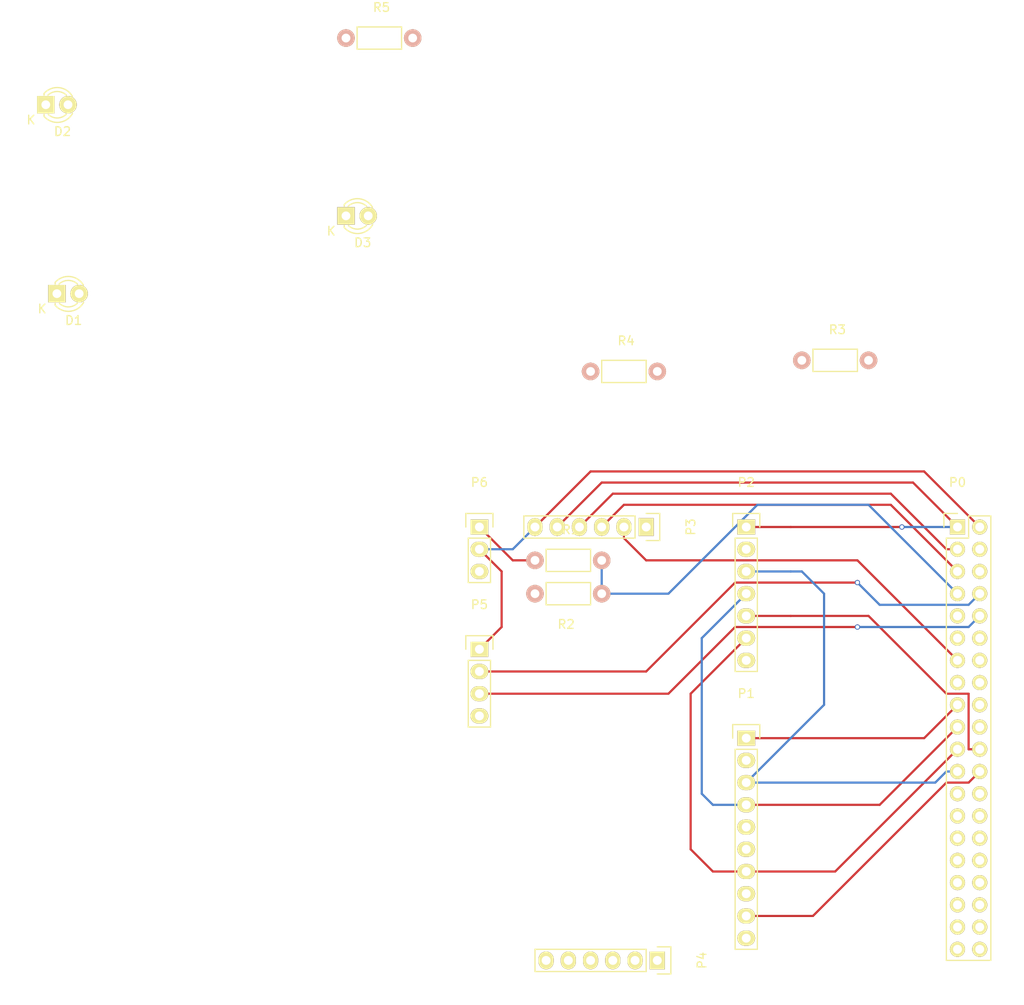
<source format=kicad_pcb>
(kicad_pcb (version 4) (host pcbnew 4.0.4-stable)

  (general
    (links 46)
    (no_connects 26)
    (area 0 0 0 0)
    (thickness 1.6)
    (drawings 0)
    (tracks 78)
    (zones 0)
    (modules 15)
    (nets 47)
  )

  (page A4)
  (layers
    (0 F.Cu signal)
    (31 B.Cu signal)
    (32 B.Adhes user)
    (33 F.Adhes user)
    (34 B.Paste user)
    (35 F.Paste user)
    (36 B.SilkS user)
    (37 F.SilkS user)
    (38 B.Mask user)
    (39 F.Mask user)
    (40 Dwgs.User user)
    (41 Cmts.User user)
    (42 Eco1.User user)
    (43 Eco2.User user)
    (44 Edge.Cuts user)
    (45 Margin user)
    (46 B.CrtYd user)
    (47 F.CrtYd user)
    (48 B.Fab user)
    (49 F.Fab user)
  )

  (setup
    (last_trace_width 0.25)
    (trace_clearance 0.2)
    (zone_clearance 0.508)
    (zone_45_only no)
    (trace_min 0.2)
    (segment_width 0.2)
    (edge_width 0.15)
    (via_size 0.6)
    (via_drill 0.4)
    (via_min_size 0.4)
    (via_min_drill 0.3)
    (uvia_size 0.3)
    (uvia_drill 0.1)
    (uvias_allowed no)
    (uvia_min_size 0.2)
    (uvia_min_drill 0.1)
    (pcb_text_width 0.3)
    (pcb_text_size 1.5 1.5)
    (mod_edge_width 0.15)
    (mod_text_size 1 1)
    (mod_text_width 0.15)
    (pad_size 1.524 1.524)
    (pad_drill 0.762)
    (pad_to_mask_clearance 0.2)
    (aux_axis_origin 0 0)
    (visible_elements 7FFFFFFF)
    (pcbplotparams
      (layerselection 0x00030_80000001)
      (usegerberextensions false)
      (excludeedgelayer true)
      (linewidth 0.100000)
      (plotframeref false)
      (viasonmask false)
      (mode 1)
      (useauxorigin false)
      (hpglpennumber 1)
      (hpglpenspeed 20)
      (hpglpendiameter 15)
      (hpglpenoverlay 2)
      (psnegative false)
      (psa4output false)
      (plotreference true)
      (plotvalue true)
      (plotinvisibletext false)
      (padsonsilk false)
      (subtractmaskfromsilk false)
      (outputformat 1)
      (mirror false)
      (drillshape 1)
      (scaleselection 1)
      (outputdirectory ""))
  )

  (net 0 "")
  (net 1 +3V3)
  (net 2 GND)
  (net 3 "Net-(P1-Pad5)")
  (net 4 "Net-(P1-Pad6)")
  (net 5 "Net-(P1-Pad8)")
  (net 6 +5V)
  (net 7 /SDA)
  (net 8 /SCL)
  (net 9 /RC_INPUT)
  (net 10 /TXD)
  (net 11 /RXD)
  (net 12 "Net-(P0-Pad11)")
  (net 13 "Net-(P0-Pad12)")
  (net 14 /EN_PWM)
  (net 15 "Net-(P0-Pad14)")
  (net 16 "Net-(P0-Pad15)")
  (net 17 "Net-(P0-Pad16)")
  (net 18 /MOSI)
  (net 19 /MISO)
  (net 20 /CS_BARO)
  (net 21 /SCLK)
  (net 22 /CS_MPU)
  (net 23 "Net-(P0-Pad27)")
  (net 24 "Net-(P0-Pad28)")
  (net 25 "Net-(P0-Pad29)")
  (net 26 "Net-(P0-Pad30)")
  (net 27 "Net-(P0-Pad31)")
  (net 28 "Net-(P0-Pad32)")
  (net 29 "Net-(P0-Pad33)")
  (net 30 "Net-(P0-Pad34)")
  (net 31 "Net-(P0-Pad35)")
  (net 32 "Net-(P0-Pad37)")
  (net 33 "Net-(P0-Pad38)")
  (net 34 "Net-(P0-Pad40)")
  (net 35 "Net-(P6-Pad1)")
  (net 36 "Net-(P4-Pad2)")
  (net 37 "Net-(P4-Pad3)")
  (net 38 "Net-(P4-Pad4)")
  (net 39 "Net-(P4-Pad5)")
  (net 40 "Net-(P4-Pad6)")
  (net 41 "Net-(D1-Pad1)")
  (net 42 "Net-(D2-Pad1)")
  (net 43 "Net-(D3-Pad1)")
  (net 44 /LED_ARM)
  (net 45 /LED_CALIBRATION)
  (net 46 /LED_GPS)

  (net_class Default 这是默认网络组.
    (clearance 0.2)
    (trace_width 0.25)
    (via_dia 0.6)
    (via_drill 0.4)
    (uvia_dia 0.3)
    (uvia_drill 0.1)
    (add_net +3V3)
    (add_net +5V)
    (add_net /CS_BARO)
    (add_net /CS_MPU)
    (add_net /EN_PWM)
    (add_net /LED_ARM)
    (add_net /LED_CALIBRATION)
    (add_net /LED_GPS)
    (add_net /MISO)
    (add_net /MOSI)
    (add_net /RC_INPUT)
    (add_net /RXD)
    (add_net /SCL)
    (add_net /SCLK)
    (add_net /SDA)
    (add_net /TXD)
    (add_net GND)
    (add_net "Net-(D1-Pad1)")
    (add_net "Net-(D2-Pad1)")
    (add_net "Net-(D3-Pad1)")
    (add_net "Net-(P0-Pad11)")
    (add_net "Net-(P0-Pad12)")
    (add_net "Net-(P0-Pad14)")
    (add_net "Net-(P0-Pad15)")
    (add_net "Net-(P0-Pad16)")
    (add_net "Net-(P0-Pad27)")
    (add_net "Net-(P0-Pad28)")
    (add_net "Net-(P0-Pad29)")
    (add_net "Net-(P0-Pad30)")
    (add_net "Net-(P0-Pad31)")
    (add_net "Net-(P0-Pad32)")
    (add_net "Net-(P0-Pad33)")
    (add_net "Net-(P0-Pad34)")
    (add_net "Net-(P0-Pad35)")
    (add_net "Net-(P0-Pad37)")
    (add_net "Net-(P0-Pad38)")
    (add_net "Net-(P0-Pad40)")
    (add_net "Net-(P1-Pad5)")
    (add_net "Net-(P1-Pad6)")
    (add_net "Net-(P1-Pad8)")
    (add_net "Net-(P4-Pad2)")
    (add_net "Net-(P4-Pad3)")
    (add_net "Net-(P4-Pad4)")
    (add_net "Net-(P4-Pad5)")
    (add_net "Net-(P4-Pad6)")
    (add_net "Net-(P6-Pad1)")
  )

  (module Pin_Headers:Pin_Header_Straight_1x10 (layer F.Cu) (tedit 0) (tstamp 57EDD579)
    (at 146.05 129.54)
    (descr "Through hole pin header")
    (tags "pin header")
    (path /57EE1EF4)
    (fp_text reference P1 (at 0 -5.1) (layer F.SilkS)
      (effects (font (size 1 1) (thickness 0.15)))
    )
    (fp_text value MPU9250 (at 0 -3.1) (layer F.Fab)
      (effects (font (size 1 1) (thickness 0.15)))
    )
    (fp_line (start -1.75 -1.75) (end -1.75 24.65) (layer F.CrtYd) (width 0.05))
    (fp_line (start 1.75 -1.75) (end 1.75 24.65) (layer F.CrtYd) (width 0.05))
    (fp_line (start -1.75 -1.75) (end 1.75 -1.75) (layer F.CrtYd) (width 0.05))
    (fp_line (start -1.75 24.65) (end 1.75 24.65) (layer F.CrtYd) (width 0.05))
    (fp_line (start 1.27 1.27) (end 1.27 24.13) (layer F.SilkS) (width 0.15))
    (fp_line (start 1.27 24.13) (end -1.27 24.13) (layer F.SilkS) (width 0.15))
    (fp_line (start -1.27 24.13) (end -1.27 1.27) (layer F.SilkS) (width 0.15))
    (fp_line (start 1.55 -1.55) (end 1.55 0) (layer F.SilkS) (width 0.15))
    (fp_line (start 1.27 1.27) (end -1.27 1.27) (layer F.SilkS) (width 0.15))
    (fp_line (start -1.55 0) (end -1.55 -1.55) (layer F.SilkS) (width 0.15))
    (fp_line (start -1.55 -1.55) (end 1.55 -1.55) (layer F.SilkS) (width 0.15))
    (pad 1 thru_hole rect (at 0 0) (size 2.032 1.7272) (drill 1.016) (layers *.Cu *.Mask F.SilkS)
      (net 1 +3V3))
    (pad 2 thru_hole oval (at 0 2.54) (size 2.032 1.7272) (drill 1.016) (layers *.Cu *.Mask F.SilkS)
      (net 2 GND))
    (pad 3 thru_hole oval (at 0 5.08) (size 2.032 1.7272) (drill 1.016) (layers *.Cu *.Mask F.SilkS)
      (net 21 /SCLK))
    (pad 4 thru_hole oval (at 0 7.62) (size 2.032 1.7272) (drill 1.016) (layers *.Cu *.Mask F.SilkS)
      (net 18 /MOSI))
    (pad 5 thru_hole oval (at 0 10.16) (size 2.032 1.7272) (drill 1.016) (layers *.Cu *.Mask F.SilkS)
      (net 3 "Net-(P1-Pad5)"))
    (pad 6 thru_hole oval (at 0 12.7) (size 2.032 1.7272) (drill 1.016) (layers *.Cu *.Mask F.SilkS)
      (net 4 "Net-(P1-Pad6)"))
    (pad 7 thru_hole oval (at 0 15.24) (size 2.032 1.7272) (drill 1.016) (layers *.Cu *.Mask F.SilkS)
      (net 19 /MISO))
    (pad 8 thru_hole oval (at 0 17.78) (size 2.032 1.7272) (drill 1.016) (layers *.Cu *.Mask F.SilkS)
      (net 5 "Net-(P1-Pad8)"))
    (pad 9 thru_hole oval (at 0 20.32) (size 2.032 1.7272) (drill 1.016) (layers *.Cu *.Mask F.SilkS)
      (net 22 /CS_MPU))
    (pad 10 thru_hole oval (at 0 22.86) (size 2.032 1.7272) (drill 1.016) (layers *.Cu *.Mask F.SilkS)
      (net 2 GND))
    (model Pin_Headers.3dshapes/Pin_Header_Straight_1x10.wrl
      (at (xyz 0 -0.45 0))
      (scale (xyz 1 1 1))
      (rotate (xyz 0 0 90))
    )
  )

  (module Pin_Headers:Pin_Header_Straight_1x07 (layer F.Cu) (tedit 0) (tstamp 57EDD58F)
    (at 146.05 105.41)
    (descr "Through hole pin header")
    (tags "pin header")
    (path /57EE7297)
    (fp_text reference P2 (at 0 -5.1) (layer F.SilkS)
      (effects (font (size 1 1) (thickness 0.15)))
    )
    (fp_text value MS5611 (at 0 -3.1) (layer F.Fab)
      (effects (font (size 1 1) (thickness 0.15)))
    )
    (fp_line (start -1.75 -1.75) (end -1.75 17) (layer F.CrtYd) (width 0.05))
    (fp_line (start 1.75 -1.75) (end 1.75 17) (layer F.CrtYd) (width 0.05))
    (fp_line (start -1.75 -1.75) (end 1.75 -1.75) (layer F.CrtYd) (width 0.05))
    (fp_line (start -1.75 17) (end 1.75 17) (layer F.CrtYd) (width 0.05))
    (fp_line (start 1.27 1.27) (end 1.27 16.51) (layer F.SilkS) (width 0.15))
    (fp_line (start 1.27 16.51) (end -1.27 16.51) (layer F.SilkS) (width 0.15))
    (fp_line (start -1.27 16.51) (end -1.27 1.27) (layer F.SilkS) (width 0.15))
    (fp_line (start 1.55 -1.55) (end 1.55 0) (layer F.SilkS) (width 0.15))
    (fp_line (start 1.27 1.27) (end -1.27 1.27) (layer F.SilkS) (width 0.15))
    (fp_line (start -1.55 0) (end -1.55 -1.55) (layer F.SilkS) (width 0.15))
    (fp_line (start -1.55 -1.55) (end 1.55 -1.55) (layer F.SilkS) (width 0.15))
    (pad 1 thru_hole rect (at 0 0) (size 2.032 1.7272) (drill 1.016) (layers *.Cu *.Mask F.SilkS)
      (net 1 +3V3))
    (pad 2 thru_hole oval (at 0 2.54) (size 2.032 1.7272) (drill 1.016) (layers *.Cu *.Mask F.SilkS)
      (net 2 GND))
    (pad 3 thru_hole oval (at 0 5.08) (size 2.032 1.7272) (drill 1.016) (layers *.Cu *.Mask F.SilkS)
      (net 21 /SCLK))
    (pad 4 thru_hole oval (at 0 7.62) (size 2.032 1.7272) (drill 1.016) (layers *.Cu *.Mask F.SilkS)
      (net 18 /MOSI))
    (pad 5 thru_hole oval (at 0 10.16) (size 2.032 1.7272) (drill 1.016) (layers *.Cu *.Mask F.SilkS)
      (net 20 /CS_BARO))
    (pad 6 thru_hole oval (at 0 12.7) (size 2.032 1.7272) (drill 1.016) (layers *.Cu *.Mask F.SilkS)
      (net 19 /MISO))
    (pad 7 thru_hole oval (at 0 15.24) (size 2.032 1.7272) (drill 1.016) (layers *.Cu *.Mask F.SilkS)
      (net 2 GND))
    (model Pin_Headers.3dshapes/Pin_Header_Straight_1x07.wrl
      (at (xyz 0 -0.3 0))
      (scale (xyz 1 1 1))
      (rotate (xyz 0 0 90))
    )
  )

  (module Pin_Headers:Pin_Header_Straight_2x20 (layer F.Cu) (tedit 0) (tstamp 57EDDC62)
    (at 170.18 105.41)
    (descr "Through hole pin header")
    (tags "pin header")
    (path /57EE7972)
    (fp_text reference P0 (at 0 -5.1) (layer F.SilkS)
      (effects (font (size 1 1) (thickness 0.15)))
    )
    (fp_text value "Raspberry pi GPIO" (at 0 -3.1) (layer F.Fab)
      (effects (font (size 1 1) (thickness 0.15)))
    )
    (fp_line (start -1.75 -1.75) (end -1.75 50.05) (layer F.CrtYd) (width 0.05))
    (fp_line (start 4.3 -1.75) (end 4.3 50.05) (layer F.CrtYd) (width 0.05))
    (fp_line (start -1.75 -1.75) (end 4.3 -1.75) (layer F.CrtYd) (width 0.05))
    (fp_line (start -1.75 50.05) (end 4.3 50.05) (layer F.CrtYd) (width 0.05))
    (fp_line (start 3.81 49.53) (end 3.81 -1.27) (layer F.SilkS) (width 0.15))
    (fp_line (start -1.27 1.27) (end -1.27 49.53) (layer F.SilkS) (width 0.15))
    (fp_line (start 3.81 49.53) (end -1.27 49.53) (layer F.SilkS) (width 0.15))
    (fp_line (start 3.81 -1.27) (end 1.27 -1.27) (layer F.SilkS) (width 0.15))
    (fp_line (start 0 -1.55) (end -1.55 -1.55) (layer F.SilkS) (width 0.15))
    (fp_line (start 1.27 -1.27) (end 1.27 1.27) (layer F.SilkS) (width 0.15))
    (fp_line (start 1.27 1.27) (end -1.27 1.27) (layer F.SilkS) (width 0.15))
    (fp_line (start -1.55 -1.55) (end -1.55 0) (layer F.SilkS) (width 0.15))
    (pad 1 thru_hole rect (at 0 0) (size 1.7272 1.7272) (drill 1.016) (layers *.Cu *.Mask F.SilkS)
      (net 1 +3V3))
    (pad 2 thru_hole oval (at 2.54 0) (size 1.7272 1.7272) (drill 1.016) (layers *.Cu *.Mask F.SilkS)
      (net 6 +5V))
    (pad 3 thru_hole oval (at 0 2.54) (size 1.7272 1.7272) (drill 1.016) (layers *.Cu *.Mask F.SilkS)
      (net 7 /SDA))
    (pad 4 thru_hole oval (at 2.54 2.54) (size 1.7272 1.7272) (drill 1.016) (layers *.Cu *.Mask F.SilkS)
      (net 6 +5V))
    (pad 5 thru_hole oval (at 0 5.08) (size 1.7272 1.7272) (drill 1.016) (layers *.Cu *.Mask F.SilkS)
      (net 8 /SCL))
    (pad 6 thru_hole oval (at 2.54 5.08) (size 1.7272 1.7272) (drill 1.016) (layers *.Cu *.Mask F.SilkS)
      (net 2 GND))
    (pad 7 thru_hole oval (at 0 7.62) (size 1.7272 1.7272) (drill 1.016) (layers *.Cu *.Mask F.SilkS)
      (net 9 /RC_INPUT))
    (pad 8 thru_hole oval (at 2.54 7.62) (size 1.7272 1.7272) (drill 1.016) (layers *.Cu *.Mask F.SilkS)
      (net 10 /TXD))
    (pad 9 thru_hole oval (at 0 10.16) (size 1.7272 1.7272) (drill 1.016) (layers *.Cu *.Mask F.SilkS)
      (net 2 GND))
    (pad 10 thru_hole oval (at 2.54 10.16) (size 1.7272 1.7272) (drill 1.016) (layers *.Cu *.Mask F.SilkS)
      (net 11 /RXD))
    (pad 11 thru_hole oval (at 0 12.7) (size 1.7272 1.7272) (drill 1.016) (layers *.Cu *.Mask F.SilkS)
      (net 12 "Net-(P0-Pad11)"))
    (pad 12 thru_hole oval (at 2.54 12.7) (size 1.7272 1.7272) (drill 1.016) (layers *.Cu *.Mask F.SilkS)
      (net 13 "Net-(P0-Pad12)"))
    (pad 13 thru_hole oval (at 0 15.24) (size 1.7272 1.7272) (drill 1.016) (layers *.Cu *.Mask F.SilkS)
      (net 14 /EN_PWM))
    (pad 14 thru_hole oval (at 2.54 15.24) (size 1.7272 1.7272) (drill 1.016) (layers *.Cu *.Mask F.SilkS)
      (net 15 "Net-(P0-Pad14)"))
    (pad 15 thru_hole oval (at 0 17.78) (size 1.7272 1.7272) (drill 1.016) (layers *.Cu *.Mask F.SilkS)
      (net 16 "Net-(P0-Pad15)"))
    (pad 16 thru_hole oval (at 2.54 17.78) (size 1.7272 1.7272) (drill 1.016) (layers *.Cu *.Mask F.SilkS)
      (net 17 "Net-(P0-Pad16)"))
    (pad 17 thru_hole oval (at 0 20.32) (size 1.7272 1.7272) (drill 1.016) (layers *.Cu *.Mask F.SilkS)
      (net 1 +3V3))
    (pad 18 thru_hole oval (at 2.54 20.32) (size 1.7272 1.7272) (drill 1.016) (layers *.Cu *.Mask F.SilkS)
      (net 44 /LED_ARM))
    (pad 19 thru_hole oval (at 0 22.86) (size 1.7272 1.7272) (drill 1.016) (layers *.Cu *.Mask F.SilkS)
      (net 18 /MOSI))
    (pad 20 thru_hole oval (at 2.54 22.86) (size 1.7272 1.7272) (drill 1.016) (layers *.Cu *.Mask F.SilkS)
      (net 2 GND))
    (pad 21 thru_hole oval (at 0 25.4) (size 1.7272 1.7272) (drill 1.016) (layers *.Cu *.Mask F.SilkS)
      (net 19 /MISO))
    (pad 22 thru_hole oval (at 2.54 25.4) (size 1.7272 1.7272) (drill 1.016) (layers *.Cu *.Mask F.SilkS)
      (net 45 /LED_CALIBRATION))
    (pad 23 thru_hole oval (at 0 27.94) (size 1.7272 1.7272) (drill 1.016) (layers *.Cu *.Mask F.SilkS)
      (net 21 /SCLK))
    (pad 24 thru_hole oval (at 2.54 27.94) (size 1.7272 1.7272) (drill 1.016) (layers *.Cu *.Mask F.SilkS)
      (net 20 /CS_BARO))
    (pad 25 thru_hole oval (at 0 30.48) (size 1.7272 1.7272) (drill 1.016) (layers *.Cu *.Mask F.SilkS)
      (net 2 GND))
    (pad 26 thru_hole oval (at 2.54 30.48) (size 1.7272 1.7272) (drill 1.016) (layers *.Cu *.Mask F.SilkS)
      (net 22 /CS_MPU))
    (pad 27 thru_hole oval (at 0 33.02) (size 1.7272 1.7272) (drill 1.016) (layers *.Cu *.Mask F.SilkS)
      (net 23 "Net-(P0-Pad27)"))
    (pad 28 thru_hole oval (at 2.54 33.02) (size 1.7272 1.7272) (drill 1.016) (layers *.Cu *.Mask F.SilkS)
      (net 24 "Net-(P0-Pad28)"))
    (pad 29 thru_hole oval (at 0 35.56) (size 1.7272 1.7272) (drill 1.016) (layers *.Cu *.Mask F.SilkS)
      (net 25 "Net-(P0-Pad29)"))
    (pad 30 thru_hole oval (at 2.54 35.56) (size 1.7272 1.7272) (drill 1.016) (layers *.Cu *.Mask F.SilkS)
      (net 26 "Net-(P0-Pad30)"))
    (pad 31 thru_hole oval (at 0 38.1) (size 1.7272 1.7272) (drill 1.016) (layers *.Cu *.Mask F.SilkS)
      (net 27 "Net-(P0-Pad31)"))
    (pad 32 thru_hole oval (at 2.54 38.1) (size 1.7272 1.7272) (drill 1.016) (layers *.Cu *.Mask F.SilkS)
      (net 28 "Net-(P0-Pad32)"))
    (pad 33 thru_hole oval (at 0 40.64) (size 1.7272 1.7272) (drill 1.016) (layers *.Cu *.Mask F.SilkS)
      (net 29 "Net-(P0-Pad33)"))
    (pad 34 thru_hole oval (at 2.54 40.64) (size 1.7272 1.7272) (drill 1.016) (layers *.Cu *.Mask F.SilkS)
      (net 30 "Net-(P0-Pad34)"))
    (pad 35 thru_hole oval (at 0 43.18) (size 1.7272 1.7272) (drill 1.016) (layers *.Cu *.Mask F.SilkS)
      (net 31 "Net-(P0-Pad35)"))
    (pad 36 thru_hole oval (at 2.54 43.18) (size 1.7272 1.7272) (drill 1.016) (layers *.Cu *.Mask F.SilkS)
      (net 46 /LED_GPS))
    (pad 37 thru_hole oval (at 0 45.72) (size 1.7272 1.7272) (drill 1.016) (layers *.Cu *.Mask F.SilkS)
      (net 32 "Net-(P0-Pad37)"))
    (pad 38 thru_hole oval (at 2.54 45.72) (size 1.7272 1.7272) (drill 1.016) (layers *.Cu *.Mask F.SilkS)
      (net 33 "Net-(P0-Pad38)"))
    (pad 39 thru_hole oval (at 0 48.26) (size 1.7272 1.7272) (drill 1.016) (layers *.Cu *.Mask F.SilkS)
      (net 2 GND))
    (pad 40 thru_hole oval (at 2.54 48.26) (size 1.7272 1.7272) (drill 1.016) (layers *.Cu *.Mask F.SilkS)
      (net 34 "Net-(P0-Pad40)"))
    (model Pin_Headers.3dshapes/Pin_Header_Straight_2x20.wrl
      (at (xyz 0.05 -0.95 0))
      (scale (xyz 1 1 1))
      (rotate (xyz 0 0 90))
    )
  )

  (module Pin_Headers:Pin_Header_Straight_1x06 (layer F.Cu) (tedit 0) (tstamp 57EDDC77)
    (at 134.62 105.41 270)
    (descr "Through hole pin header")
    (tags "pin header")
    (path /57EE89F5)
    (fp_text reference P3 (at 0 -5.1 270) (layer F.SilkS)
      (effects (font (size 1 1) (thickness 0.15)))
    )
    (fp_text value PCA9685 (at 0 -3.1 270) (layer F.Fab)
      (effects (font (size 1 1) (thickness 0.15)))
    )
    (fp_line (start -1.75 -1.75) (end -1.75 14.45) (layer F.CrtYd) (width 0.05))
    (fp_line (start 1.75 -1.75) (end 1.75 14.45) (layer F.CrtYd) (width 0.05))
    (fp_line (start -1.75 -1.75) (end 1.75 -1.75) (layer F.CrtYd) (width 0.05))
    (fp_line (start -1.75 14.45) (end 1.75 14.45) (layer F.CrtYd) (width 0.05))
    (fp_line (start 1.27 1.27) (end 1.27 13.97) (layer F.SilkS) (width 0.15))
    (fp_line (start 1.27 13.97) (end -1.27 13.97) (layer F.SilkS) (width 0.15))
    (fp_line (start -1.27 13.97) (end -1.27 1.27) (layer F.SilkS) (width 0.15))
    (fp_line (start 1.55 -1.55) (end 1.55 0) (layer F.SilkS) (width 0.15))
    (fp_line (start 1.27 1.27) (end -1.27 1.27) (layer F.SilkS) (width 0.15))
    (fp_line (start -1.55 0) (end -1.55 -1.55) (layer F.SilkS) (width 0.15))
    (fp_line (start -1.55 -1.55) (end 1.55 -1.55) (layer F.SilkS) (width 0.15))
    (pad 1 thru_hole rect (at 0 0 270) (size 2.032 1.7272) (drill 1.016) (layers *.Cu *.Mask F.SilkS)
      (net 2 GND))
    (pad 2 thru_hole oval (at 0 2.54 270) (size 2.032 1.7272) (drill 1.016) (layers *.Cu *.Mask F.SilkS)
      (net 14 /EN_PWM))
    (pad 3 thru_hole oval (at 0 5.08 270) (size 2.032 1.7272) (drill 1.016) (layers *.Cu *.Mask F.SilkS)
      (net 8 /SCL))
    (pad 4 thru_hole oval (at 0 7.62 270) (size 2.032 1.7272) (drill 1.016) (layers *.Cu *.Mask F.SilkS)
      (net 7 /SDA))
    (pad 5 thru_hole oval (at 0 10.16 270) (size 2.032 1.7272) (drill 1.016) (layers *.Cu *.Mask F.SilkS)
      (net 1 +3V3))
    (pad 6 thru_hole oval (at 0 12.7 270) (size 2.032 1.7272) (drill 1.016) (layers *.Cu *.Mask F.SilkS)
      (net 6 +5V))
    (model Pin_Headers.3dshapes/Pin_Header_Straight_1x06.wrl
      (at (xyz 0 -0.25 0))
      (scale (xyz 1 1 1))
      (rotate (xyz 0 0 90))
    )
  )

  (module Pin_Headers:Pin_Header_Straight_1x04 (layer F.Cu) (tedit 0) (tstamp 57EDE0A5)
    (at 115.57 119.38)
    (descr "Through hole pin header")
    (tags "pin header")
    (path /57EE93F9)
    (fp_text reference P5 (at 0 -5.1) (layer F.SilkS)
      (effects (font (size 1 1) (thickness 0.15)))
    )
    (fp_text value UART (at 0 -3.1) (layer F.Fab)
      (effects (font (size 1 1) (thickness 0.15)))
    )
    (fp_line (start -1.75 -1.75) (end -1.75 9.4) (layer F.CrtYd) (width 0.05))
    (fp_line (start 1.75 -1.75) (end 1.75 9.4) (layer F.CrtYd) (width 0.05))
    (fp_line (start -1.75 -1.75) (end 1.75 -1.75) (layer F.CrtYd) (width 0.05))
    (fp_line (start -1.75 9.4) (end 1.75 9.4) (layer F.CrtYd) (width 0.05))
    (fp_line (start -1.27 1.27) (end -1.27 8.89) (layer F.SilkS) (width 0.15))
    (fp_line (start 1.27 1.27) (end 1.27 8.89) (layer F.SilkS) (width 0.15))
    (fp_line (start 1.55 -1.55) (end 1.55 0) (layer F.SilkS) (width 0.15))
    (fp_line (start -1.27 8.89) (end 1.27 8.89) (layer F.SilkS) (width 0.15))
    (fp_line (start 1.27 1.27) (end -1.27 1.27) (layer F.SilkS) (width 0.15))
    (fp_line (start -1.55 0) (end -1.55 -1.55) (layer F.SilkS) (width 0.15))
    (fp_line (start -1.55 -1.55) (end 1.55 -1.55) (layer F.SilkS) (width 0.15))
    (pad 1 thru_hole rect (at 0 0) (size 2.032 1.7272) (drill 1.016) (layers *.Cu *.Mask F.SilkS)
      (net 6 +5V))
    (pad 2 thru_hole oval (at 0 2.54) (size 2.032 1.7272) (drill 1.016) (layers *.Cu *.Mask F.SilkS)
      (net 10 /TXD))
    (pad 3 thru_hole oval (at 0 5.08) (size 2.032 1.7272) (drill 1.016) (layers *.Cu *.Mask F.SilkS)
      (net 11 /RXD))
    (pad 4 thru_hole oval (at 0 7.62) (size 2.032 1.7272) (drill 1.016) (layers *.Cu *.Mask F.SilkS)
      (net 2 GND))
    (model Pin_Headers.3dshapes/Pin_Header_Straight_1x04.wrl
      (at (xyz 0 -0.15 0))
      (scale (xyz 1 1 1))
      (rotate (xyz 0 0 90))
    )
  )

  (module Pin_Headers:Pin_Header_Straight_1x03 (layer F.Cu) (tedit 0) (tstamp 57EDE0B7)
    (at 115.57 105.41)
    (descr "Through hole pin header")
    (tags "pin header")
    (path /57EE9950)
    (fp_text reference P6 (at 0 -5.1) (layer F.SilkS)
      (effects (font (size 1 1) (thickness 0.15)))
    )
    (fp_text value "RC INPUT" (at 0 -3.1) (layer F.Fab)
      (effects (font (size 1 1) (thickness 0.15)))
    )
    (fp_line (start -1.75 -1.75) (end -1.75 6.85) (layer F.CrtYd) (width 0.05))
    (fp_line (start 1.75 -1.75) (end 1.75 6.85) (layer F.CrtYd) (width 0.05))
    (fp_line (start -1.75 -1.75) (end 1.75 -1.75) (layer F.CrtYd) (width 0.05))
    (fp_line (start -1.75 6.85) (end 1.75 6.85) (layer F.CrtYd) (width 0.05))
    (fp_line (start -1.27 1.27) (end -1.27 6.35) (layer F.SilkS) (width 0.15))
    (fp_line (start -1.27 6.35) (end 1.27 6.35) (layer F.SilkS) (width 0.15))
    (fp_line (start 1.27 6.35) (end 1.27 1.27) (layer F.SilkS) (width 0.15))
    (fp_line (start 1.55 -1.55) (end 1.55 0) (layer F.SilkS) (width 0.15))
    (fp_line (start 1.27 1.27) (end -1.27 1.27) (layer F.SilkS) (width 0.15))
    (fp_line (start -1.55 0) (end -1.55 -1.55) (layer F.SilkS) (width 0.15))
    (fp_line (start -1.55 -1.55) (end 1.55 -1.55) (layer F.SilkS) (width 0.15))
    (pad 1 thru_hole rect (at 0 0) (size 2.032 1.7272) (drill 1.016) (layers *.Cu *.Mask F.SilkS)
      (net 35 "Net-(P6-Pad1)"))
    (pad 2 thru_hole oval (at 0 2.54) (size 2.032 1.7272) (drill 1.016) (layers *.Cu *.Mask F.SilkS)
      (net 6 +5V))
    (pad 3 thru_hole oval (at 0 5.08) (size 2.032 1.7272) (drill 1.016) (layers *.Cu *.Mask F.SilkS)
      (net 2 GND))
    (model Pin_Headers.3dshapes/Pin_Header_Straight_1x03.wrl
      (at (xyz 0 -0.1 0))
      (scale (xyz 1 1 1))
      (rotate (xyz 0 0 90))
    )
  )

  (module Resistors_ThroughHole:Resistor_Horizontal_RM7mm (layer F.Cu) (tedit 569FCF07) (tstamp 57EDE0BD)
    (at 121.92 109.22)
    (descr "Resistor, Axial,  RM 7.62mm, 1/3W,")
    (tags "Resistor Axial RM 7.62mm 1/3W R3")
    (path /57EE9F34)
    (fp_text reference R1 (at 4.05892 -3.50012) (layer F.SilkS)
      (effects (font (size 1 1) (thickness 0.15)))
    )
    (fp_text value 18K (at 3.81 3.81) (layer F.Fab)
      (effects (font (size 1 1) (thickness 0.15)))
    )
    (fp_line (start -1.25 -1.5) (end 8.85 -1.5) (layer F.CrtYd) (width 0.05))
    (fp_line (start -1.25 1.5) (end -1.25 -1.5) (layer F.CrtYd) (width 0.05))
    (fp_line (start 8.85 -1.5) (end 8.85 1.5) (layer F.CrtYd) (width 0.05))
    (fp_line (start -1.25 1.5) (end 8.85 1.5) (layer F.CrtYd) (width 0.05))
    (fp_line (start 1.27 -1.27) (end 6.35 -1.27) (layer F.SilkS) (width 0.15))
    (fp_line (start 6.35 -1.27) (end 6.35 1.27) (layer F.SilkS) (width 0.15))
    (fp_line (start 6.35 1.27) (end 1.27 1.27) (layer F.SilkS) (width 0.15))
    (fp_line (start 1.27 1.27) (end 1.27 -1.27) (layer F.SilkS) (width 0.15))
    (pad 1 thru_hole circle (at 0 0) (size 1.99898 1.99898) (drill 1.00076) (layers *.Cu *.SilkS *.Mask)
      (net 35 "Net-(P6-Pad1)"))
    (pad 2 thru_hole circle (at 7.62 0) (size 1.99898 1.99898) (drill 1.00076) (layers *.Cu *.SilkS *.Mask)
      (net 9 /RC_INPUT))
  )

  (module Resistors_ThroughHole:Resistor_Horizontal_RM7mm (layer F.Cu) (tedit 569FCF07) (tstamp 57EDE0C3)
    (at 129.54 113.03 180)
    (descr "Resistor, Axial,  RM 7.62mm, 1/3W,")
    (tags "Resistor Axial RM 7.62mm 1/3W R3")
    (path /57EEA24B)
    (fp_text reference R2 (at 4.05892 -3.50012 180) (layer F.SilkS)
      (effects (font (size 1 1) (thickness 0.15)))
    )
    (fp_text value 33K (at 3.81 3.81 180) (layer F.Fab)
      (effects (font (size 1 1) (thickness 0.15)))
    )
    (fp_line (start -1.25 -1.5) (end 8.85 -1.5) (layer F.CrtYd) (width 0.05))
    (fp_line (start -1.25 1.5) (end -1.25 -1.5) (layer F.CrtYd) (width 0.05))
    (fp_line (start 8.85 -1.5) (end 8.85 1.5) (layer F.CrtYd) (width 0.05))
    (fp_line (start -1.25 1.5) (end 8.85 1.5) (layer F.CrtYd) (width 0.05))
    (fp_line (start 1.27 -1.27) (end 6.35 -1.27) (layer F.SilkS) (width 0.15))
    (fp_line (start 6.35 -1.27) (end 6.35 1.27) (layer F.SilkS) (width 0.15))
    (fp_line (start 6.35 1.27) (end 1.27 1.27) (layer F.SilkS) (width 0.15))
    (fp_line (start 1.27 1.27) (end 1.27 -1.27) (layer F.SilkS) (width 0.15))
    (pad 1 thru_hole circle (at 0 0 180) (size 1.99898 1.99898) (drill 1.00076) (layers *.Cu *.SilkS *.Mask)
      (net 9 /RC_INPUT))
    (pad 2 thru_hole circle (at 7.62 0 180) (size 1.99898 1.99898) (drill 1.00076) (layers *.Cu *.SilkS *.Mask)
      (net 2 GND))
  )

  (module Pin_Headers:Pin_Header_Straight_1x06 (layer F.Cu) (tedit 0) (tstamp 57EDE8F6)
    (at 135.89 154.94 270)
    (descr "Through hole pin header")
    (tags "pin header")
    (path /57EEAC6F)
    (fp_text reference P4 (at 0 -5.1 270) (layer F.SilkS)
      (effects (font (size 1 1) (thickness 0.15)))
    )
    (fp_text value PCA9685_2 (at 0 -3.1 270) (layer F.Fab)
      (effects (font (size 1 1) (thickness 0.15)))
    )
    (fp_line (start -1.75 -1.75) (end -1.75 14.45) (layer F.CrtYd) (width 0.05))
    (fp_line (start 1.75 -1.75) (end 1.75 14.45) (layer F.CrtYd) (width 0.05))
    (fp_line (start -1.75 -1.75) (end 1.75 -1.75) (layer F.CrtYd) (width 0.05))
    (fp_line (start -1.75 14.45) (end 1.75 14.45) (layer F.CrtYd) (width 0.05))
    (fp_line (start 1.27 1.27) (end 1.27 13.97) (layer F.SilkS) (width 0.15))
    (fp_line (start 1.27 13.97) (end -1.27 13.97) (layer F.SilkS) (width 0.15))
    (fp_line (start -1.27 13.97) (end -1.27 1.27) (layer F.SilkS) (width 0.15))
    (fp_line (start 1.55 -1.55) (end 1.55 0) (layer F.SilkS) (width 0.15))
    (fp_line (start 1.27 1.27) (end -1.27 1.27) (layer F.SilkS) (width 0.15))
    (fp_line (start -1.55 0) (end -1.55 -1.55) (layer F.SilkS) (width 0.15))
    (fp_line (start -1.55 -1.55) (end 1.55 -1.55) (layer F.SilkS) (width 0.15))
    (pad 1 thru_hole rect (at 0 0 270) (size 2.032 1.7272) (drill 1.016) (layers *.Cu *.Mask F.SilkS)
      (net 2 GND))
    (pad 2 thru_hole oval (at 0 2.54 270) (size 2.032 1.7272) (drill 1.016) (layers *.Cu *.Mask F.SilkS)
      (net 36 "Net-(P4-Pad2)"))
    (pad 3 thru_hole oval (at 0 5.08 270) (size 2.032 1.7272) (drill 1.016) (layers *.Cu *.Mask F.SilkS)
      (net 37 "Net-(P4-Pad3)"))
    (pad 4 thru_hole oval (at 0 7.62 270) (size 2.032 1.7272) (drill 1.016) (layers *.Cu *.Mask F.SilkS)
      (net 38 "Net-(P4-Pad4)"))
    (pad 5 thru_hole oval (at 0 10.16 270) (size 2.032 1.7272) (drill 1.016) (layers *.Cu *.Mask F.SilkS)
      (net 39 "Net-(P4-Pad5)"))
    (pad 6 thru_hole oval (at 0 12.7 270) (size 2.032 1.7272) (drill 1.016) (layers *.Cu *.Mask F.SilkS)
      (net 40 "Net-(P4-Pad6)"))
    (model Pin_Headers.3dshapes/Pin_Header_Straight_1x06.wrl
      (at (xyz 0 -0.25 0))
      (scale (xyz 1 1 1))
      (rotate (xyz 0 0 90))
    )
  )

  (module LEDs:LED-3MM (layer F.Cu) (tedit 559B82F6) (tstamp 57EE3F1D)
    (at 67.31 78.74)
    (descr "LED 3mm round vertical")
    (tags "LED  3mm round vertical")
    (path /57EE4C97)
    (fp_text reference D1 (at 1.91 3.06) (layer F.SilkS)
      (effects (font (size 1 1) (thickness 0.15)))
    )
    (fp_text value LED_ARM (at 1.3 -2.9) (layer F.Fab)
      (effects (font (size 1 1) (thickness 0.15)))
    )
    (fp_line (start -1.2 2.3) (end 3.8 2.3) (layer F.CrtYd) (width 0.05))
    (fp_line (start 3.8 2.3) (end 3.8 -2.2) (layer F.CrtYd) (width 0.05))
    (fp_line (start 3.8 -2.2) (end -1.2 -2.2) (layer F.CrtYd) (width 0.05))
    (fp_line (start -1.2 -2.2) (end -1.2 2.3) (layer F.CrtYd) (width 0.05))
    (fp_line (start -0.199 1.314) (end -0.199 1.114) (layer F.SilkS) (width 0.15))
    (fp_line (start -0.199 -1.28) (end -0.199 -1.1) (layer F.SilkS) (width 0.15))
    (fp_arc (start 1.301 0.034) (end -0.199 -1.286) (angle 108.5) (layer F.SilkS) (width 0.15))
    (fp_arc (start 1.301 0.034) (end 0.25 -1.1) (angle 85.7) (layer F.SilkS) (width 0.15))
    (fp_arc (start 1.311 0.034) (end 3.051 0.994) (angle 110) (layer F.SilkS) (width 0.15))
    (fp_arc (start 1.301 0.034) (end 2.335 1.094) (angle 87.5) (layer F.SilkS) (width 0.15))
    (fp_text user K (at -1.69 1.74) (layer F.SilkS)
      (effects (font (size 1 1) (thickness 0.15)))
    )
    (pad 1 thru_hole rect (at 0 0 90) (size 2 2) (drill 1.00076) (layers *.Cu *.Mask F.SilkS)
      (net 41 "Net-(D1-Pad1)"))
    (pad 2 thru_hole circle (at 2.54 0) (size 2 2) (drill 1.00076) (layers *.Cu *.Mask F.SilkS)
      (net 1 +3V3))
    (model LEDs.3dshapes/LED-3MM.wrl
      (at (xyz 0.05 0 0))
      (scale (xyz 1 1 1))
      (rotate (xyz 0 0 90))
    )
  )

  (module LEDs:LED-3MM (layer F.Cu) (tedit 559B82F6) (tstamp 57EE3F2E)
    (at 66.04 57.15)
    (descr "LED 3mm round vertical")
    (tags "LED  3mm round vertical")
    (path /57EE4CDA)
    (fp_text reference D2 (at 1.91 3.06) (layer F.SilkS)
      (effects (font (size 1 1) (thickness 0.15)))
    )
    (fp_text value LED_CALIBRATION (at 1.3 -2.9) (layer F.Fab)
      (effects (font (size 1 1) (thickness 0.15)))
    )
    (fp_line (start -1.2 2.3) (end 3.8 2.3) (layer F.CrtYd) (width 0.05))
    (fp_line (start 3.8 2.3) (end 3.8 -2.2) (layer F.CrtYd) (width 0.05))
    (fp_line (start 3.8 -2.2) (end -1.2 -2.2) (layer F.CrtYd) (width 0.05))
    (fp_line (start -1.2 -2.2) (end -1.2 2.3) (layer F.CrtYd) (width 0.05))
    (fp_line (start -0.199 1.314) (end -0.199 1.114) (layer F.SilkS) (width 0.15))
    (fp_line (start -0.199 -1.28) (end -0.199 -1.1) (layer F.SilkS) (width 0.15))
    (fp_arc (start 1.301 0.034) (end -0.199 -1.286) (angle 108.5) (layer F.SilkS) (width 0.15))
    (fp_arc (start 1.301 0.034) (end 0.25 -1.1) (angle 85.7) (layer F.SilkS) (width 0.15))
    (fp_arc (start 1.311 0.034) (end 3.051 0.994) (angle 110) (layer F.SilkS) (width 0.15))
    (fp_arc (start 1.301 0.034) (end 2.335 1.094) (angle 87.5) (layer F.SilkS) (width 0.15))
    (fp_text user K (at -1.69 1.74) (layer F.SilkS)
      (effects (font (size 1 1) (thickness 0.15)))
    )
    (pad 1 thru_hole rect (at 0 0 90) (size 2 2) (drill 1.00076) (layers *.Cu *.Mask F.SilkS)
      (net 42 "Net-(D2-Pad1)"))
    (pad 2 thru_hole circle (at 2.54 0) (size 2 2) (drill 1.00076) (layers *.Cu *.Mask F.SilkS)
      (net 1 +3V3))
    (model LEDs.3dshapes/LED-3MM.wrl
      (at (xyz 0.05 0 0))
      (scale (xyz 1 1 1))
      (rotate (xyz 0 0 90))
    )
  )

  (module LEDs:LED-3MM (layer F.Cu) (tedit 559B82F6) (tstamp 57EE3F3F)
    (at 100.33 69.85)
    (descr "LED 3mm round vertical")
    (tags "LED  3mm round vertical")
    (path /57EE4D0F)
    (fp_text reference D3 (at 1.91 3.06) (layer F.SilkS)
      (effects (font (size 1 1) (thickness 0.15)))
    )
    (fp_text value LED_GPS (at 1.3 -2.9) (layer F.Fab)
      (effects (font (size 1 1) (thickness 0.15)))
    )
    (fp_line (start -1.2 2.3) (end 3.8 2.3) (layer F.CrtYd) (width 0.05))
    (fp_line (start 3.8 2.3) (end 3.8 -2.2) (layer F.CrtYd) (width 0.05))
    (fp_line (start 3.8 -2.2) (end -1.2 -2.2) (layer F.CrtYd) (width 0.05))
    (fp_line (start -1.2 -2.2) (end -1.2 2.3) (layer F.CrtYd) (width 0.05))
    (fp_line (start -0.199 1.314) (end -0.199 1.114) (layer F.SilkS) (width 0.15))
    (fp_line (start -0.199 -1.28) (end -0.199 -1.1) (layer F.SilkS) (width 0.15))
    (fp_arc (start 1.301 0.034) (end -0.199 -1.286) (angle 108.5) (layer F.SilkS) (width 0.15))
    (fp_arc (start 1.301 0.034) (end 0.25 -1.1) (angle 85.7) (layer F.SilkS) (width 0.15))
    (fp_arc (start 1.311 0.034) (end 3.051 0.994) (angle 110) (layer F.SilkS) (width 0.15))
    (fp_arc (start 1.301 0.034) (end 2.335 1.094) (angle 87.5) (layer F.SilkS) (width 0.15))
    (fp_text user K (at -1.69 1.74) (layer F.SilkS)
      (effects (font (size 1 1) (thickness 0.15)))
    )
    (pad 1 thru_hole rect (at 0 0 90) (size 2 2) (drill 1.00076) (layers *.Cu *.Mask F.SilkS)
      (net 43 "Net-(D3-Pad1)"))
    (pad 2 thru_hole circle (at 2.54 0) (size 2 2) (drill 1.00076) (layers *.Cu *.Mask F.SilkS)
      (net 1 +3V3))
    (model LEDs.3dshapes/LED-3MM.wrl
      (at (xyz 0.05 0 0))
      (scale (xyz 1 1 1))
      (rotate (xyz 0 0 90))
    )
  )

  (module Resistors_ThroughHole:Resistor_Horizontal_RM7mm (layer F.Cu) (tedit 569FCF07) (tstamp 57EE3F4D)
    (at 152.4 86.36)
    (descr "Resistor, Axial,  RM 7.62mm, 1/3W,")
    (tags "Resistor Axial RM 7.62mm 1/3W R3")
    (path /57EE5467)
    (fp_text reference R3 (at 4.05892 -3.50012) (layer F.SilkS)
      (effects (font (size 1 1) (thickness 0.15)))
    )
    (fp_text value 220 (at 3.81 3.81) (layer F.Fab)
      (effects (font (size 1 1) (thickness 0.15)))
    )
    (fp_line (start -1.25 -1.5) (end 8.85 -1.5) (layer F.CrtYd) (width 0.05))
    (fp_line (start -1.25 1.5) (end -1.25 -1.5) (layer F.CrtYd) (width 0.05))
    (fp_line (start 8.85 -1.5) (end 8.85 1.5) (layer F.CrtYd) (width 0.05))
    (fp_line (start -1.25 1.5) (end 8.85 1.5) (layer F.CrtYd) (width 0.05))
    (fp_line (start 1.27 -1.27) (end 6.35 -1.27) (layer F.SilkS) (width 0.15))
    (fp_line (start 6.35 -1.27) (end 6.35 1.27) (layer F.SilkS) (width 0.15))
    (fp_line (start 6.35 1.27) (end 1.27 1.27) (layer F.SilkS) (width 0.15))
    (fp_line (start 1.27 1.27) (end 1.27 -1.27) (layer F.SilkS) (width 0.15))
    (pad 1 thru_hole circle (at 0 0) (size 1.99898 1.99898) (drill 1.00076) (layers *.Cu *.SilkS *.Mask)
      (net 41 "Net-(D1-Pad1)"))
    (pad 2 thru_hole circle (at 7.62 0) (size 1.99898 1.99898) (drill 1.00076) (layers *.Cu *.SilkS *.Mask)
      (net 44 /LED_ARM))
  )

  (module Resistors_ThroughHole:Resistor_Horizontal_RM7mm (layer F.Cu) (tedit 569FCF07) (tstamp 57EE3FEA)
    (at 128.27 87.63)
    (descr "Resistor, Axial,  RM 7.62mm, 1/3W,")
    (tags "Resistor Axial RM 7.62mm 1/3W R3")
    (path /57EE55DD)
    (fp_text reference R4 (at 4.05892 -3.50012) (layer F.SilkS)
      (effects (font (size 1 1) (thickness 0.15)))
    )
    (fp_text value 220 (at 3.81 3.81) (layer F.Fab)
      (effects (font (size 1 1) (thickness 0.15)))
    )
    (fp_line (start -1.25 -1.5) (end 8.85 -1.5) (layer F.CrtYd) (width 0.05))
    (fp_line (start -1.25 1.5) (end -1.25 -1.5) (layer F.CrtYd) (width 0.05))
    (fp_line (start 8.85 -1.5) (end 8.85 1.5) (layer F.CrtYd) (width 0.05))
    (fp_line (start -1.25 1.5) (end 8.85 1.5) (layer F.CrtYd) (width 0.05))
    (fp_line (start 1.27 -1.27) (end 6.35 -1.27) (layer F.SilkS) (width 0.15))
    (fp_line (start 6.35 -1.27) (end 6.35 1.27) (layer F.SilkS) (width 0.15))
    (fp_line (start 6.35 1.27) (end 1.27 1.27) (layer F.SilkS) (width 0.15))
    (fp_line (start 1.27 1.27) (end 1.27 -1.27) (layer F.SilkS) (width 0.15))
    (pad 1 thru_hole circle (at 0 0) (size 1.99898 1.99898) (drill 1.00076) (layers *.Cu *.SilkS *.Mask)
      (net 42 "Net-(D2-Pad1)"))
    (pad 2 thru_hole circle (at 7.62 0) (size 1.99898 1.99898) (drill 1.00076) (layers *.Cu *.SilkS *.Mask)
      (net 45 /LED_CALIBRATION))
  )

  (module Resistors_ThroughHole:Resistor_Horizontal_RM7mm (layer F.Cu) (tedit 569FCF07) (tstamp 57EE3FF8)
    (at 100.33 49.53)
    (descr "Resistor, Axial,  RM 7.62mm, 1/3W,")
    (tags "Resistor Axial RM 7.62mm 1/3W R3")
    (path /57EE5673)
    (fp_text reference R5 (at 4.05892 -3.50012) (layer F.SilkS)
      (effects (font (size 1 1) (thickness 0.15)))
    )
    (fp_text value 220 (at 3.81 3.81) (layer F.Fab)
      (effects (font (size 1 1) (thickness 0.15)))
    )
    (fp_line (start -1.25 -1.5) (end 8.85 -1.5) (layer F.CrtYd) (width 0.05))
    (fp_line (start -1.25 1.5) (end -1.25 -1.5) (layer F.CrtYd) (width 0.05))
    (fp_line (start 8.85 -1.5) (end 8.85 1.5) (layer F.CrtYd) (width 0.05))
    (fp_line (start -1.25 1.5) (end 8.85 1.5) (layer F.CrtYd) (width 0.05))
    (fp_line (start 1.27 -1.27) (end 6.35 -1.27) (layer F.SilkS) (width 0.15))
    (fp_line (start 6.35 -1.27) (end 6.35 1.27) (layer F.SilkS) (width 0.15))
    (fp_line (start 6.35 1.27) (end 1.27 1.27) (layer F.SilkS) (width 0.15))
    (fp_line (start 1.27 1.27) (end 1.27 -1.27) (layer F.SilkS) (width 0.15))
    (pad 1 thru_hole circle (at 0 0) (size 1.99898 1.99898) (drill 1.00076) (layers *.Cu *.SilkS *.Mask)
      (net 43 "Net-(D3-Pad1)"))
    (pad 2 thru_hole circle (at 7.62 0) (size 1.99898 1.99898) (drill 1.00076) (layers *.Cu *.SilkS *.Mask)
      (net 46 /LED_GPS))
  )

  (segment (start 146.05 105.41) (end 151.13 105.41) (width 0.25) (layer F.Cu) (net 1))
  (segment (start 151.13 105.41) (end 163.83 105.41) (width 0.25) (layer F.Cu) (net 1))
  (segment (start 163.83 105.41) (end 170.18 105.41) (width 0.25) (layer B.Cu) (net 1) (tstamp 57EDF2B2))
  (via (at 163.83 105.41) (size 0.6) (drill 0.4) (layers F.Cu B.Cu) (net 1))
  (segment (start 124.46 105.41) (end 129.54 100.33) (width 0.25) (layer F.Cu) (net 1))
  (segment (start 165.1 100.33) (end 170.18 105.41) (width 0.25) (layer F.Cu) (net 1) (tstamp 57EDF105))
  (segment (start 129.54 100.33) (end 165.1 100.33) (width 0.25) (layer F.Cu) (net 1) (tstamp 57EDF0FD))
  (segment (start 146.05 129.54) (end 166.37 129.54) (width 0.25) (layer F.Cu) (net 1))
  (segment (start 166.37 129.54) (end 170.18 125.73) (width 0.25) (layer F.Cu) (net 1) (tstamp 57EDED95))
  (segment (start 119.38 107.95) (end 121.92 105.41) (width 0.25) (layer B.Cu) (net 6) (tstamp 57EDF159))
  (segment (start 115.57 107.95) (end 119.38 107.95) (width 0.25) (layer B.Cu) (net 6))
  (segment (start 115.57 107.95) (end 118.11 110.49) (width 0.25) (layer F.Cu) (net 6))
  (segment (start 118.11 116.84) (end 115.57 119.38) (width 0.25) (layer F.Cu) (net 6) (tstamp 57EDF126))
  (segment (start 118.11 110.49) (end 118.11 116.84) (width 0.25) (layer F.Cu) (net 6) (tstamp 57EDF122))
  (segment (start 121.92 105.41) (end 128.27 99.06) (width 0.25) (layer F.Cu) (net 6))
  (segment (start 128.27 99.06) (end 166.37 99.06) (width 0.25) (layer F.Cu) (net 6) (tstamp 57EDF10B))
  (segment (start 166.37 99.06) (end 172.72 105.41) (width 0.25) (layer F.Cu) (net 6) (tstamp 57EDF10D))
  (segment (start 170.18 107.95) (end 168.91 107.95) (width 0.25) (layer F.Cu) (net 7))
  (segment (start 130.81 101.6) (end 127 105.41) (width 0.25) (layer F.Cu) (net 7) (tstamp 57EDF09C))
  (segment (start 162.56 101.6) (end 130.81 101.6) (width 0.25) (layer F.Cu) (net 7) (tstamp 57EDF099))
  (segment (start 168.91 107.95) (end 162.56 101.6) (width 0.25) (layer F.Cu) (net 7) (tstamp 57EDF097))
  (segment (start 129.54 105.41) (end 132.08 102.87) (width 0.25) (layer F.Cu) (net 8))
  (segment (start 162.56 102.87) (end 170.18 110.49) (width 0.25) (layer F.Cu) (net 8) (tstamp 57EDF07B))
  (segment (start 132.08 102.87) (end 162.56 102.87) (width 0.25) (layer F.Cu) (net 8) (tstamp 57EDF07A))
  (segment (start 129.54 109.22) (end 129.54 113.03) (width 0.25) (layer B.Cu) (net 9))
  (segment (start 129.54 113.03) (end 137.16 113.03) (width 0.25) (layer B.Cu) (net 9))
  (segment (start 160.02 102.87) (end 170.18 113.03) (width 0.25) (layer B.Cu) (net 9) (tstamp 57EDEF1E))
  (segment (start 147.32 102.87) (end 160.02 102.87) (width 0.25) (layer B.Cu) (net 9) (tstamp 57EDEF1B))
  (segment (start 137.16 113.03) (end 147.32 102.87) (width 0.25) (layer B.Cu) (net 9) (tstamp 57EDEF15))
  (segment (start 115.57 121.92) (end 134.62 121.92) (width 0.25) (layer F.Cu) (net 10))
  (segment (start 171.45 114.3) (end 172.72 113.03) (width 0.25) (layer B.Cu) (net 10) (tstamp 57EDF718))
  (segment (start 161.29 114.3) (end 171.45 114.3) (width 0.25) (layer B.Cu) (net 10) (tstamp 57EDF715))
  (segment (start 158.75 111.76) (end 161.29 114.3) (width 0.25) (layer B.Cu) (net 10) (tstamp 57EDF714))
  (via (at 158.75 111.76) (size 0.6) (drill 0.4) (layers F.Cu B.Cu) (net 10))
  (segment (start 144.78 111.76) (end 158.75 111.76) (width 0.25) (layer F.Cu) (net 10) (tstamp 57EDF70D))
  (segment (start 134.62 121.92) (end 144.78 111.76) (width 0.25) (layer F.Cu) (net 10) (tstamp 57EDF6F2))
  (segment (start 115.57 124.46) (end 137.16 124.46) (width 0.25) (layer F.Cu) (net 11))
  (segment (start 171.45 116.84) (end 172.72 115.57) (width 0.25) (layer B.Cu) (net 11) (tstamp 57EDF72C))
  (segment (start 158.75 116.84) (end 171.45 116.84) (width 0.25) (layer B.Cu) (net 11) (tstamp 57EDF72B))
  (via (at 158.75 116.84) (size 0.6) (drill 0.4) (layers F.Cu B.Cu) (net 11))
  (segment (start 144.78 116.84) (end 158.75 116.84) (width 0.25) (layer F.Cu) (net 11) (tstamp 57EDF723))
  (segment (start 137.16 124.46) (end 144.78 116.84) (width 0.25) (layer F.Cu) (net 11) (tstamp 57EDF71D))
  (segment (start 132.08 105.41) (end 132.08 106.68) (width 0.25) (layer F.Cu) (net 14))
  (segment (start 158.75 109.22) (end 170.18 120.65) (width 0.25) (layer F.Cu) (net 14) (tstamp 57EDF0EF))
  (segment (start 134.62 109.22) (end 158.75 109.22) (width 0.25) (layer F.Cu) (net 14) (tstamp 57EDF0EA))
  (segment (start 132.08 106.68) (end 134.62 109.22) (width 0.25) (layer F.Cu) (net 14) (tstamp 57EDF0E6))
  (segment (start 146.05 137.16) (end 142.24 137.16) (width 0.25) (layer B.Cu) (net 18))
  (segment (start 140.97 118.11) (end 146.05 113.03) (width 0.25) (layer B.Cu) (net 18) (tstamp 57EDF6B7))
  (segment (start 140.97 135.89) (end 140.97 118.11) (width 0.25) (layer B.Cu) (net 18) (tstamp 57EDF6B5))
  (segment (start 142.24 137.16) (end 140.97 135.89) (width 0.25) (layer B.Cu) (net 18) (tstamp 57EDF6A9))
  (segment (start 146.05 137.16) (end 161.29 137.16) (width 0.25) (layer F.Cu) (net 18))
  (segment (start 161.29 137.16) (end 170.18 128.27) (width 0.25) (layer F.Cu) (net 18) (tstamp 57EDED43))
  (segment (start 146.05 144.78) (end 142.24 144.78) (width 0.25) (layer F.Cu) (net 19))
  (segment (start 139.7 124.46) (end 146.05 118.11) (width 0.25) (layer F.Cu) (net 19) (tstamp 57EDF6C7))
  (segment (start 139.7 142.24) (end 139.7 124.46) (width 0.25) (layer F.Cu) (net 19) (tstamp 57EDF6C3))
  (segment (start 142.24 144.78) (end 139.7 142.24) (width 0.25) (layer F.Cu) (net 19) (tstamp 57EDF6C0))
  (segment (start 146.05 144.78) (end 156.21 144.78) (width 0.25) (layer F.Cu) (net 19))
  (segment (start 156.21 144.78) (end 170.18 130.81) (width 0.25) (layer F.Cu) (net 19) (tstamp 57EDED52))
  (segment (start 146.05 115.57) (end 151.13 115.57) (width 0.25) (layer F.Cu) (net 20))
  (segment (start 160.02 115.57) (end 168.91 124.46) (width 0.25) (layer F.Cu) (net 20) (tstamp 57EDEE2F))
  (segment (start 168.91 124.46) (end 171.45 124.46) (width 0.25) (layer F.Cu) (net 20) (tstamp 57EDEE32))
  (segment (start 171.45 124.46) (end 171.45 130.81) (width 0.25) (layer F.Cu) (net 20) (tstamp 57EDEE36))
  (segment (start 151.13 115.57) (end 160.02 115.57) (width 0.25) (layer F.Cu) (net 20))
  (segment (start 171.45 134.62) (end 172.72 133.35) (width 0.25) (layer F.Cu) (net 20) (tstamp 57EDED7A))
  (segment (start 168.91 134.62) (end 171.45 134.62) (width 0.25) (layer F.Cu) (net 20) (tstamp 57EDED78))
  (segment (start 153.67 149.86) (end 168.91 134.62) (width 0.25) (layer F.Cu) (net 20) (tstamp 57EDED75))
  (segment (start 146.05 110.49) (end 151.13 110.49) (width 0.25) (layer B.Cu) (net 21))
  (segment (start 152.4 110.49) (end 154.94 113.03) (width 0.25) (layer B.Cu) (net 21) (tstamp 57EDEFB7))
  (segment (start 154.94 113.03) (end 154.94 125.73) (width 0.25) (layer B.Cu) (net 21) (tstamp 57EDEFBB))
  (segment (start 154.94 125.73) (end 146.05 134.62) (width 0.25) (layer B.Cu) (net 21) (tstamp 57EDEFC0))
  (segment (start 151.13 110.49) (end 152.4 110.49) (width 0.25) (layer B.Cu) (net 21))
  (segment (start 146.05 134.62) (end 167.64 134.62) (width 0.25) (layer B.Cu) (net 21))
  (segment (start 168.91 133.35) (end 170.18 133.35) (width 0.25) (layer B.Cu) (net 21) (tstamp 57EDEF8F))
  (segment (start 167.64 134.62) (end 168.91 133.35) (width 0.25) (layer B.Cu) (net 21) (tstamp 57EDEF8C))
  (segment (start 146.05 149.86) (end 153.67 149.86) (width 0.25) (layer F.Cu) (net 22))
  (segment (start 121.92 109.22) (end 119.38 109.22) (width 0.25) (layer F.Cu) (net 35))
  (segment (start 119.38 109.22) (end 115.57 105.41) (width 0.25) (layer F.Cu) (net 35) (tstamp 57EDF0C3))
  (segment (start 171.45 130.81) (end 172.72 130.81) (width 0.25) (layer F.Cu) (net 45) (tstamp 57EDEE37))

  (zone (net 2) (net_name GND) (layer B.Cu) (tstamp 57EDF4ED) (hatch edge 0.508)
    (connect_pads (clearance 0.508))
    (min_thickness 0.254)
    (fill (arc_segments 16) (thermal_gap 0.508) (thermal_bridge_width 0.508))
    (polygon
      (pts
        (xy 177.8 160.02) (xy 110.49 160.02) (xy 110.49 96.52) (xy 177.8 96.52)
      )
    )
  )
)

</source>
